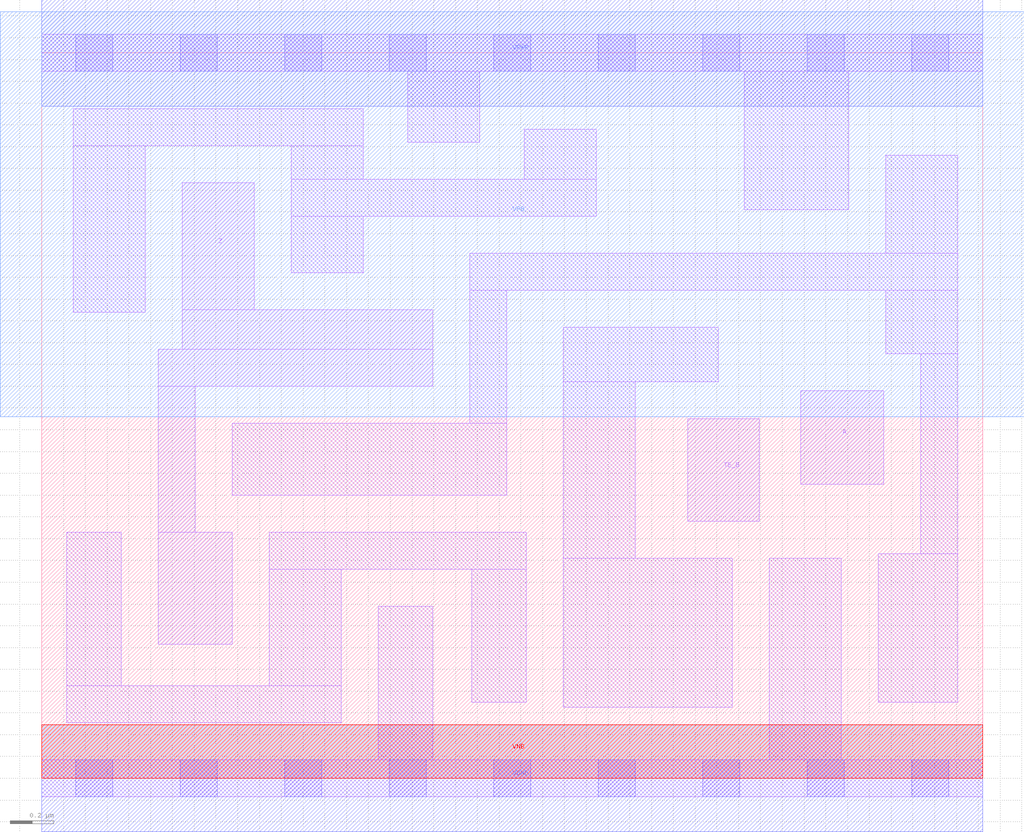
<source format=lef>
# Copyright 2020 The SkyWater PDK Authors
#
# Licensed under the Apache License, Version 2.0 (the "License");
# you may not use this file except in compliance with the License.
# You may obtain a copy of the License at
#
#     https://www.apache.org/licenses/LICENSE-2.0
#
# Unless required by applicable law or agreed to in writing, software
# distributed under the License is distributed on an "AS IS" BASIS,
# WITHOUT WARRANTIES OR CONDITIONS OF ANY KIND, either express or implied.
# See the License for the specific language governing permissions and
# limitations under the License.
#
# SPDX-License-Identifier: Apache-2.0

VERSION 5.7 ;
  NOWIREEXTENSIONATPIN ON ;
  DIVIDERCHAR "/" ;
  BUSBITCHARS "[]" ;
MACRO sky130_fd_sc_hs__ebufn_2
  CLASS CORE ;
  FOREIGN sky130_fd_sc_hs__ebufn_2 ;
  ORIGIN  0.000000  0.000000 ;
  SIZE  4.320000 BY  3.330000 ;
  SYMMETRY X Y ;
  SITE unit ;
  PIN A
    ANTENNAGATEAREA  0.246000 ;
    DIRECTION INPUT ;
    USE SIGNAL ;
    PORT
      LAYER li1 ;
        RECT 3.485000 1.350000 3.865000 1.780000 ;
    END
  END A
  PIN TE_B
    ANTENNAGATEAREA  0.582000 ;
    DIRECTION INPUT ;
    USE SIGNAL ;
    PORT
      LAYER li1 ;
        RECT 2.965000 1.180000 3.295000 1.650000 ;
    END
  END TE_B
  PIN Z
    ANTENNADIFFAREA  0.599200 ;
    DIRECTION OUTPUT ;
    USE SIGNAL ;
    PORT
      LAYER li1 ;
        RECT 0.535000 0.615000 0.875000 1.130000 ;
        RECT 0.535000 1.130000 0.705000 1.800000 ;
        RECT 0.535000 1.800000 1.795000 1.970000 ;
        RECT 0.645000 1.970000 1.795000 2.150000 ;
        RECT 0.645000 2.150000 0.975000 2.735000 ;
    END
  END Z
  PIN VGND
    DIRECTION INOUT ;
    USE GROUND ;
    PORT
      LAYER met1 ;
        RECT 0.000000 -0.245000 4.320000 0.245000 ;
    END
  END VGND
  PIN VNB
    DIRECTION INOUT ;
    USE GROUND ;
    PORT
      LAYER pwell ;
        RECT 0.000000 0.000000 4.320000 0.245000 ;
    END
  END VNB
  PIN VPB
    DIRECTION INOUT ;
    USE POWER ;
    PORT
      LAYER nwell ;
        RECT -0.190000 1.660000 4.510000 3.520000 ;
    END
  END VPB
  PIN VPWR
    DIRECTION INOUT ;
    USE POWER ;
    PORT
      LAYER met1 ;
        RECT 0.000000 3.085000 4.320000 3.575000 ;
    END
  END VPWR
  OBS
    LAYER li1 ;
      RECT 0.000000 -0.085000 4.320000 0.085000 ;
      RECT 0.000000  3.245000 4.320000 3.415000 ;
      RECT 0.115000  0.255000 1.375000 0.425000 ;
      RECT 0.115000  0.425000 0.365000 1.130000 ;
      RECT 0.145000  2.140000 0.475000 2.905000 ;
      RECT 0.145000  2.905000 1.475000 3.075000 ;
      RECT 0.875000  1.300000 2.135000 1.630000 ;
      RECT 1.045000  0.425000 1.375000 0.960000 ;
      RECT 1.045000  0.960000 2.225000 1.130000 ;
      RECT 1.145000  2.320000 1.475000 2.580000 ;
      RECT 1.145000  2.580000 2.545000 2.750000 ;
      RECT 1.145000  2.750000 1.475000 2.905000 ;
      RECT 1.545000  0.085000 1.795000 0.790000 ;
      RECT 1.680000  2.920000 2.010000 3.245000 ;
      RECT 1.965000  1.630000 2.135000 2.240000 ;
      RECT 1.965000  2.240000 4.205000 2.410000 ;
      RECT 1.975000  0.350000 2.225000 0.960000 ;
      RECT 2.215000  2.750000 2.545000 2.980000 ;
      RECT 2.395000  0.325000 3.170000 1.010000 ;
      RECT 2.395000  1.010000 2.725000 1.820000 ;
      RECT 2.395000  1.820000 3.105000 2.070000 ;
      RECT 3.225000  2.610000 3.705000 3.245000 ;
      RECT 3.340000  0.085000 3.670000 1.010000 ;
      RECT 3.840000  0.350000 4.205000 1.030000 ;
      RECT 3.875000  1.950000 4.205000 2.240000 ;
      RECT 3.875000  2.410000 4.205000 2.860000 ;
      RECT 4.035000  1.030000 4.205000 1.950000 ;
    LAYER mcon ;
      RECT 0.155000 -0.085000 0.325000 0.085000 ;
      RECT 0.155000  3.245000 0.325000 3.415000 ;
      RECT 0.635000 -0.085000 0.805000 0.085000 ;
      RECT 0.635000  3.245000 0.805000 3.415000 ;
      RECT 1.115000 -0.085000 1.285000 0.085000 ;
      RECT 1.115000  3.245000 1.285000 3.415000 ;
      RECT 1.595000 -0.085000 1.765000 0.085000 ;
      RECT 1.595000  3.245000 1.765000 3.415000 ;
      RECT 2.075000 -0.085000 2.245000 0.085000 ;
      RECT 2.075000  3.245000 2.245000 3.415000 ;
      RECT 2.555000 -0.085000 2.725000 0.085000 ;
      RECT 2.555000  3.245000 2.725000 3.415000 ;
      RECT 3.035000 -0.085000 3.205000 0.085000 ;
      RECT 3.035000  3.245000 3.205000 3.415000 ;
      RECT 3.515000 -0.085000 3.685000 0.085000 ;
      RECT 3.515000  3.245000 3.685000 3.415000 ;
      RECT 3.995000 -0.085000 4.165000 0.085000 ;
      RECT 3.995000  3.245000 4.165000 3.415000 ;
  END
END sky130_fd_sc_hs__ebufn_2
END LIBRARY

</source>
